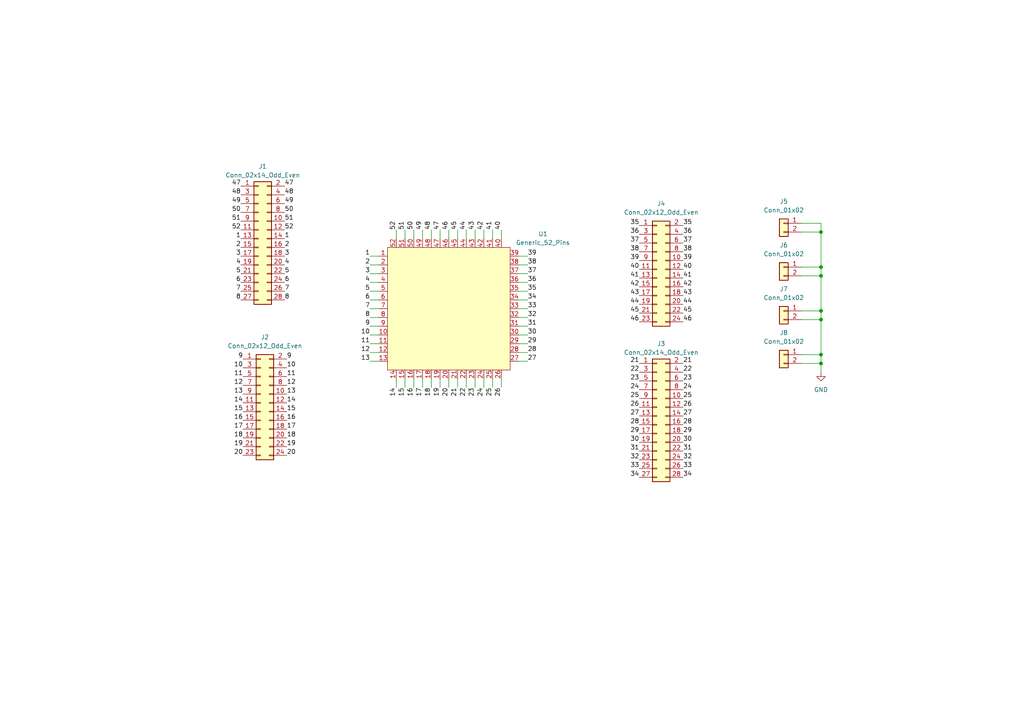
<source format=kicad_sch>
(kicad_sch (version 20230121) (generator eeschema)
  (paper "A4")
  (lib_symbols
    (symbol "Connector_Generic:Conn_01x02" (pin_names (offset 1.016) hide)
      (property "Reference" "J" (at 0 2.54 0))
      (property "Value" "Conn_01x02" (at 0 -5.08 0))
      (symbol "Conn_01x02_1_1"
        (rectangle (start -1.27 -2.413) (end 0 -2.667) (stroke (width 0.1524)))
        (rectangle (start -1.27 0.127) (end 0 -0.127) (stroke (width 0.1524)))
        (rectangle (start -1.27 1.27) (end 1.27 -3.81) (stroke (width 0.254)) (fill (type background)))
        (pin passive line (at -5.08 0 0) (length 3.81) (name "Pin_1") (number "1"))
        (pin passive line (at -5.08 -2.54 0) (length 3.81) (name "Pin_2") (number "2"))
      )
    )
    (symbol "Connector_Generic:Conn_02x12_Odd_Even" (pin_names (offset 1.016) hide)
      (property "Reference" "J" (at 1.27 15.24 0))
      (property "Value" "Conn_02x12_Odd_Even" (at 1.27 -17.78 0))
      (symbol "Conn_02x12_Odd_Even_1_1"
        (rectangle (start -1.27 -15.113) (end 0 -15.367) (stroke (width 0.1524)))
        (rectangle (start -1.27 -12.573) (end 0 -12.827) (stroke (width 0.1524)))
        (rectangle (start -1.27 -10.033) (end 0 -10.287) (stroke (width 0.1524)))
        (rectangle (start -1.27 -7.493) (end 0 -7.747) (stroke (width 0.1524)))
        (rectangle (start -1.27 -4.953) (end 0 -5.207) (stroke (width 0.1524)))
        (rectangle (start -1.27 -2.413) (end 0 -2.667) (stroke (width 0.1524)))
        (rectangle (start -1.27 0.127) (end 0 -0.127) (stroke (width 0.1524)))
        (rectangle (start -1.27 2.667) (end 0 2.413) (stroke (width 0.1524)))
        (rectangle (start -1.27 5.207) (end 0 4.953) (stroke (width 0.1524)))
        (rectangle (start -1.27 7.747) (end 0 7.493) (stroke (width 0.1524)))
        (rectangle (start -1.27 10.287) (end 0 10.033) (stroke (width 0.1524)))
        (rectangle (start -1.27 12.827) (end 0 12.573) (stroke (width 0.1524)))
        (rectangle (start -1.27 13.97) (end 3.81 -16.51) (stroke (width 0.254)) (fill (type background)))
        (rectangle (start 3.81 -15.113) (end 2.54 -15.367) (stroke (width 0.1524)))
        (rectangle (start 3.81 -12.573) (end 2.54 -12.827) (stroke (width 0.1524)))
        (rectangle (start 3.81 -10.033) (end 2.54 -10.287) (stroke (width 0.1524)))
        (rectangle (start 3.81 -7.493) (end 2.54 -7.747) (stroke (width 0.1524)))
        (rectangle (start 3.81 -4.953) (end 2.54 -5.207) (stroke (width 0.1524)))
        (rectangle (start 3.81 -2.413) (end 2.54 -2.667) (stroke (width 0.1524)))
        (rectangle (start 3.81 0.127) (end 2.54 -0.127) (stroke (width 0.1524)))
        (rectangle (start 3.81 2.667) (end 2.54 2.413) (stroke (width 0.1524)))
        (rectangle (start 3.81 5.207) (end 2.54 4.953) (stroke (width 0.1524)))
        (rectangle (start 3.81 7.747) (end 2.54 7.493) (stroke (width 0.1524)))
        (rectangle (start 3.81 10.287) (end 2.54 10.033) (stroke (width 0.1524)))
        (rectangle (start 3.81 12.827) (end 2.54 12.573) (stroke (width 0.1524)))
        (pin passive line (at -5.08 12.7 0) (length 3.81) (name "Pin_1") (number "1"))
        (pin passive line (at 7.62 2.54 180) (length 3.81) (name "Pin_10") (number "10"))
        (pin passive line (at -5.08 0 0) (length 3.81) (name "Pin_11") (number "11"))
        (pin passive line (at 7.62 0 180) (length 3.81) (name "Pin_12") (number "12"))
        (pin passive line (at -5.08 -2.54 0) (length 3.81) (name "Pin_13") (number "13"))
        (pin passive line (at 7.62 -2.54 180) (length 3.81) (name "Pin_14") (number "14"))
        (pin passive line (at -5.08 -5.08 0) (length 3.81) (name "Pin_15") (number "15"))
        (pin passive line (at 7.62 -5.08 180) (length 3.81) (name "Pin_16") (number "16"))
        (pin passive line (at -5.08 -7.62 0) (length 3.81) (name "Pin_17") (number "17"))
        (pin passive line (at 7.62 -7.62 180) (length 3.81) (name "Pin_18") (number "18"))
        (pin passive line (at -5.08 -10.16 0) (length 3.81) (name "Pin_19") (number "19"))
        (pin passive line (at 7.62 12.7 180) (length 3.81) (name "Pin_2") (number "2"))
        (pin passive line (at 7.62 -10.16 180) (length 3.81) (name "Pin_20") (number "20"))
        (pin passive line (at -5.08 -12.7 0) (length 3.81) (name "Pin_21") (number "21"))
        (pin passive line (at 7.62 -12.7 180) (length 3.81) (name "Pin_22") (number "22"))
        (pin passive line (at -5.08 -15.24 0) (length 3.81) (name "Pin_23") (number "23"))
        (pin passive line (at 7.62 -15.24 180) (length 3.81) (name "Pin_24") (number "24"))
        (pin passive line (at -5.08 10.16 0) (length 3.81) (name "Pin_3") (number "3"))
        (pin passive line (at 7.62 10.16 180) (length 3.81) (name "Pin_4") (number "4"))
        (pin passive line (at -5.08 7.62 0) (length 3.81) (name "Pin_5") (number "5"))
        (pin passive line (at 7.62 7.62 180) (length 3.81) (name "Pin_6") (number "6"))
        (pin passive line (at -5.08 5.08 0) (length 3.81) (name "Pin_7") (number "7"))
        (pin passive line (at 7.62 5.08 180) (length 3.81) (name "Pin_8") (number "8"))
        (pin passive line (at -5.08 2.54 0) (length 3.81) (name "Pin_9") (number "9"))
      )
    )
    (symbol "Connector_Generic:Conn_02x14_Odd_Even" (pin_names (offset 1.016) hide)
      (property "Reference" "J" (at 1.27 17.78 0))
      (property "Value" "Conn_02x14_Odd_Even" (at 1.27 -20.32 0))
      (symbol "Conn_02x14_Odd_Even_1_1"
        (rectangle (start -1.27 -17.653) (end 0 -17.907) (stroke (width 0.1524)))
        (rectangle (start -1.27 -15.113) (end 0 -15.367) (stroke (width 0.1524)))
        (rectangle (start -1.27 -12.573) (end 0 -12.827) (stroke (width 0.1524)))
        (rectangle (start -1.27 -10.033) (end 0 -10.287) (stroke (width 0.1524)))
        (rectangle (start -1.27 -7.493) (end 0 -7.747) (stroke (width 0.1524)))
        (rectangle (start -1.27 -4.953) (end 0 -5.207) (stroke (width 0.1524)))
        (rectangle (start -1.27 -2.413) (end 0 -2.667) (stroke (width 0.1524)))
        (rectangle (start -1.27 0.127) (end 0 -0.127) (stroke (width 0.1524)))
        (rectangle (start -1.27 2.667) (end 0 2.413) (stroke (width 0.1524)))
        (rectangle (start -1.27 5.207) (end 0 4.953) (stroke (width 0.1524)))
        (rectangle (start -1.27 7.747) (end 0 7.493) (stroke (width 0.1524)))
        (rectangle (start -1.27 10.287) (end 0 10.033) (stroke (width 0.1524)))
        (rectangle (start -1.27 12.827) (end 0 12.573) (stroke (width 0.1524)))
        (rectangle (start -1.27 15.367) (end 0 15.113) (stroke (width 0.1524)))
        (rectangle (start -1.27 16.51) (end 3.81 -19.05) (stroke (width 0.254)) (fill (type background)))
        (rectangle (start 3.81 -17.653) (end 2.54 -17.907) (stroke (width 0.1524)))
        (rectangle (start 3.81 -15.113) (end 2.54 -15.367) (stroke (width 0.1524)))
        (rectangle (start 3.81 -12.573) (end 2.54 -12.827) (stroke (width 0.1524)))
        (rectangle (start 3.81 -10.033) (end 2.54 -10.287) (stroke (width 0.1524)))
        (rectangle (start 3.81 -7.493) (end 2.54 -7.747) (stroke (width 0.1524)))
        (rectangle (start 3.81 -4.953) (end 2.54 -5.207) (stroke (width 0.1524)))
        (rectangle (start 3.81 -2.413) (end 2.54 -2.667) (stroke (width 0.1524)))
        (rectangle (start 3.81 0.127) (end 2.54 -0.127) (stroke (width 0.1524)))
        (rectangle (start 3.81 2.667) (end 2.54 2.413) (stroke (width 0.1524)))
        (rectangle (start 3.81 5.207) (end 2.54 4.953) (stroke (width 0.1524)))
        (rectangle (start 3.81 7.747) (end 2.54 7.493) (stroke (width 0.1524)))
        (rectangle (start 3.81 10.287) (end 2.54 10.033) (stroke (width 0.1524)))
        (rectangle (start 3.81 12.827) (end 2.54 12.573) (stroke (width 0.1524)))
        (rectangle (start 3.81 15.367) (end 2.54 15.113) (stroke (width 0.1524)))
        (pin passive line (at -5.08 15.24 0) (length 3.81) (name "Pin_1") (number "1"))
        (pin passive line (at 7.62 5.08 180) (length 3.81) (name "Pin_10") (number "10"))
        (pin passive line (at -5.08 2.54 0) (length 3.81) (name "Pin_11") (number "11"))
        (pin passive line (at 7.62 2.54 180) (length 3.81) (name "Pin_12") (number "12"))
        (pin passive line (at -5.08 0 0) (length 3.81) (name "Pin_13") (number "13"))
        (pin passive line (at 7.62 0 180) (length 3.81) (name "Pin_14") (number "14"))
        (pin passive line (at -5.08 -2.54 0) (length 3.81) (name "Pin_15") (number "15"))
        (pin passive line (at 7.62 -2.54 180) (length 3.81) (name "Pin_16") (number "16"))
        (pin passive line (at -5.08 -5.08 0) (length 3.81) (name "Pin_17") (number "17"))
        (pin passive line (at 7.62 -5.08 180) (length 3.81) (name "Pin_18") (number "18"))
        (pin passive line (at -5.08 -7.62 0) (length 3.81) (name "Pin_19") (number "19"))
        (pin passive line (at 7.62 15.24 180) (length 3.81) (name "Pin_2") (number "2"))
        (pin passive line (at 7.62 -7.62 180) (length 3.81) (name "Pin_20") (number "20"))
        (pin passive line (at -5.08 -10.16 0) (length 3.81) (name "Pin_21") (number "21"))
        (pin passive line (at 7.62 -10.16 180) (length 3.81) (name "Pin_22") (number "22"))
        (pin passive line (at -5.08 -12.7 0) (length 3.81) (name "Pin_23") (number "23"))
        (pin passive line (at 7.62 -12.7 180) (length 3.81) (name "Pin_24") (number "24"))
        (pin passive line (at -5.08 -15.24 0) (length 3.81) (name "Pin_25") (number "25"))
        (pin passive line (at 7.62 -15.24 180) (length 3.81) (name "Pin_26") (number "26"))
        (pin passive line (at -5.08 -17.78 0) (length 3.81) (name "Pin_27") (number "27"))
        (pin passive line (at 7.62 -17.78 180) (length 3.81) (name "Pin_28") (number "28"))
        (pin passive line (at -5.08 12.7 0) (length 3.81) (name "Pin_3") (number "3"))
        (pin passive line (at 7.62 12.7 180) (length 3.81) (name "Pin_4") (number "4"))
        (pin passive line (at -5.08 10.16 0) (length 3.81) (name "Pin_5") (number "5"))
        (pin passive line (at 7.62 10.16 180) (length 3.81) (name "Pin_6") (number "6"))
        (pin passive line (at -5.08 7.62 0) (length 3.81) (name "Pin_7") (number "7"))
        (pin passive line (at 7.62 7.62 180) (length 3.81) (name "Pin_8") (number "8"))
        (pin passive line (at -5.08 5.08 0) (length 3.81) (name "Pin_9") (number "9"))
      )
    )
    (symbol "MyLibrary2023:Generic_52_Pins" (pin_names hide)
      (property "Reference" "U" (at -7.62 1.27 0))
      (property "Value" "Generic_52_Pins" (at -7.62 -2.54 0))
      (symbol "Generic_52_Pins_1_1"
        (rectangle (start -25.4 15.24) (end 10.16 -20.32) (fill (type background)))
        (pin bidirectional line (at -27.94 12.7 0) (length 2.54) (name "1") (number "1"))
        (pin bidirectional line (at -27.94 -10.16 0) (length 2.54) (name "10") (number "10"))
        (pin bidirectional line (at -27.94 -12.7 0) (length 2.54) (name "11") (number "11"))
        (pin bidirectional line (at -27.94 -15.24 0) (length 2.54) (name "12") (number "12"))
        (pin bidirectional line (at -27.94 -17.78 0) (length 2.54) (name "13") (number "13"))
        (pin bidirectional line (at -22.86 -22.86 90) (length 2.54) (name "14") (number "14"))
        (pin bidirectional line (at -20.32 -22.86 90) (length 2.54) (name "15") (number "15"))
        (pin bidirectional line (at -17.78 -22.86 90) (length 2.54) (name "16") (number "16"))
        (pin bidirectional line (at -15.24 -22.86 90) (length 2.54) (name "17") (number "17"))
        (pin bidirectional line (at -12.7 -22.86 90) (length 2.54) (name "18") (number "18"))
        (pin bidirectional line (at -10.16 -22.86 90) (length 2.54) (name "19") (number "19"))
        (pin bidirectional line (at -27.94 10.16 0) (length 2.54) (name "2") (number "2"))
        (pin bidirectional line (at -7.62 -22.86 90) (length 2.54) (name "20") (number "20"))
        (pin bidirectional line (at -5.08 -22.86 90) (length 2.54) (name "21") (number "21"))
        (pin bidirectional line (at -2.54 -22.86 90) (length 2.54) (name "22") (number "22"))
        (pin bidirectional line (at 0 -22.86 90) (length 2.54) (name "23") (number "23"))
        (pin bidirectional line (at 2.54 -22.86 90) (length 2.54) (name "24") (number "24"))
        (pin bidirectional line (at 5.08 -22.86 90) (length 2.54) (name "25") (number "25"))
        (pin bidirectional line (at 7.62 -22.86 90) (length 2.54) (name "26") (number "26"))
        (pin bidirectional line (at 12.7 -17.78 180) (length 2.54) (name "27") (number "27"))
        (pin bidirectional line (at 12.7 -15.24 180) (length 2.54) (name "28") (number "28"))
        (pin bidirectional line (at 12.7 -12.7 180) (length 2.54) (name "29") (number "29"))
        (pin bidirectional line (at -27.94 7.62 0) (length 2.54) (name "3") (number "3"))
        (pin bidirectional line (at 12.7 -10.16 180) (length 2.54) (name "30") (number "30"))
        (pin bidirectional line (at 12.7 -7.62 180) (length 2.54) (name "31") (number "31"))
        (pin bidirectional line (at 12.7 -5.08 180) (length 2.54) (name "32") (number "32"))
        (pin bidirectional line (at 12.7 -2.54 180) (length 2.54) (name "33") (number "33"))
        (pin bidirectional line (at 12.7 0 180) (length 2.54) (name "34") (number "34"))
        (pin bidirectional line (at 12.7 2.54 180) (length 2.54) (name "35") (number "35"))
        (pin bidirectional line (at 12.7 5.08 180) (length 2.54) (name "36") (number "36"))
        (pin bidirectional line (at 12.7 7.62 180) (length 2.54) (name "37") (number "37"))
        (pin bidirectional line (at 12.7 10.16 180) (length 2.54) (name "38") (number "38"))
        (pin bidirectional line (at 12.7 12.7 180) (length 2.54) (name "39") (number "39"))
        (pin bidirectional line (at -27.94 5.08 0) (length 2.54) (name "4") (number "4"))
        (pin bidirectional line (at 7.62 17.78 270) (length 2.54) (name "40") (number "40"))
        (pin bidirectional line (at 5.08 17.78 270) (length 2.54) (name "41") (number "41"))
        (pin bidirectional line (at 2.54 17.78 270) (length 2.54) (name "42") (number "42"))
        (pin bidirectional line (at 0 17.78 270) (length 2.54) (name "43") (number "43"))
        (pin bidirectional line (at -2.54 17.78 270) (length 2.54) (name "44") (number "44"))
        (pin bidirectional line (at -5.08 17.78 270) (length 2.54) (name "45") (number "45"))
        (pin bidirectional line (at -7.62 17.78 270) (length 2.54) (name "46") (number "46"))
        (pin bidirectional line (at -10.16 17.78 270) (length 2.54) (name "47") (number "47"))
        (pin bidirectional line (at -12.7 17.78 270) (length 2.54) (name "48") (number "48"))
        (pin bidirectional line (at -15.24 17.78 270) (length 2.54) (name "49") (number "49"))
        (pin bidirectional line (at -27.94 2.54 0) (length 2.54) (name "5") (number "5"))
        (pin bidirectional line (at -17.78 17.78 270) (length 2.54) (name "50") (number "50"))
        (pin bidirectional line (at -20.32 17.78 270) (length 2.54) (name "51") (number "51"))
        (pin bidirectional line (at -22.86 17.78 270) (length 2.54) (name "52") (number "52"))
        (pin bidirectional line (at -27.94 0 0) (length 2.54) (name "6") (number "6"))
        (pin bidirectional line (at -27.94 -2.54 0) (length 2.54) (name "7") (number "7"))
        (pin bidirectional line (at -27.94 -5.08 0) (length 2.54) (name "8") (number "8"))
        (pin bidirectional line (at -27.94 -7.62 0) (length 2.54) (name "9") (number "9"))
      )
    )
    (symbol "power:GND" (power) (pin_names (offset 0))
      (property "Value" "GND" (at 0 -3.81 0))
      (symbol "GND_0_1"
        (polyline (pts (xy 0 0) (xy 0 -1.27) (xy 1.27 -1.27) (xy 0 -2.54) (xy -1.27 -1.27) (xy 0 -1.27)))
      )
      (symbol "GND_1_1"
        (pin power_in line (at 0 0 270) (length 0) hide (name "GND") (number "1"))
      )
    )
  )
  (junction (at 238.125 92.71))
  (junction (at 238.125 77.47))
  (junction (at 238.125 102.87))
  (junction (at 238.125 105.41))
  (junction (at 238.125 90.17))
  (junction (at 238.125 67.31))
  (junction (at 238.125 80.01))
  (wire (pts (xy 150.495 92.075) (xy 153.035 92.075)))
  (wire (pts (xy 107.315 86.995) (xy 109.855 86.995)))
  (wire (pts (xy 114.935 112.395) (xy 114.935 109.855)))
  (wire (pts (xy 117.475 112.395) (xy 117.475 109.855)))
  (wire (pts (xy 150.495 97.155) (xy 153.035 97.155)))
  (wire (pts (xy 150.495 104.775) (xy 153.035 104.775)))
  (wire (pts (xy 150.495 102.235) (xy 153.035 102.235)))
  (wire (pts (xy 232.41 80.01) (xy 238.125 80.01)))
  (wire (pts (xy 107.315 99.695) (xy 109.855 99.695)))
  (wire (pts (xy 107.315 94.615) (xy 109.855 94.615)))
  (wire (pts (xy 150.495 74.295) (xy 153.035 74.295)))
  (wire (pts (xy 140.335 69.215) (xy 140.335 66.675)))
  (wire (pts (xy 120.015 69.215) (xy 120.015 66.675)))
  (wire (pts (xy 137.795 69.215) (xy 137.795 66.675)))
  (wire (pts (xy 150.495 86.995) (xy 153.035 86.995)))
  (wire (pts (xy 150.495 79.375) (xy 153.035 79.375)))
  (wire (pts (xy 238.125 90.17) (xy 238.125 92.71)))
  (wire (pts (xy 107.315 84.455) (xy 109.855 84.455)))
  (wire (pts (xy 238.125 67.31) (xy 238.125 77.47)))
  (wire (pts (xy 150.495 84.455) (xy 153.035 84.455)))
  (wire (pts (xy 232.41 67.31) (xy 238.125 67.31)))
  (wire (pts (xy 130.175 112.395) (xy 130.175 109.855)))
  (wire (pts (xy 107.315 92.075) (xy 109.855 92.075)))
  (wire (pts (xy 107.315 74.295) (xy 109.855 74.295)))
  (wire (pts (xy 232.41 92.71) (xy 238.125 92.71)))
  (wire (pts (xy 130.175 69.215) (xy 130.175 66.675)))
  (wire (pts (xy 150.495 89.535) (xy 153.035 89.535)))
  (wire (pts (xy 117.475 69.215) (xy 117.475 66.675)))
  (wire (pts (xy 120.015 112.395) (xy 120.015 109.855)))
  (wire (pts (xy 232.41 77.47) (xy 238.125 77.47)))
  (wire (pts (xy 145.415 66.675) (xy 145.415 69.215)))
  (wire (pts (xy 114.935 69.215) (xy 114.935 66.675)))
  (wire (pts (xy 238.125 80.01) (xy 238.125 90.17)))
  (wire (pts (xy 232.41 105.41) (xy 238.125 105.41)))
  (wire (pts (xy 107.315 89.535) (xy 109.855 89.535)))
  (wire (pts (xy 150.495 94.615) (xy 153.035 94.615)))
  (wire (pts (xy 232.41 102.87) (xy 238.125 102.87)))
  (wire (pts (xy 232.41 90.17) (xy 238.125 90.17)))
  (wire (pts (xy 238.125 92.71) (xy 238.125 102.87)))
  (wire (pts (xy 150.495 76.835) (xy 153.035 76.835)))
  (wire (pts (xy 145.415 109.855) (xy 145.415 112.395)))
  (wire (pts (xy 107.315 102.235) (xy 109.855 102.235)))
  (wire (pts (xy 125.095 69.215) (xy 125.095 66.675)))
  (wire (pts (xy 142.875 69.215) (xy 142.875 66.675)))
  (wire (pts (xy 150.495 81.915) (xy 153.035 81.915)))
  (wire (pts (xy 238.125 105.41) (xy 238.125 107.95)))
  (wire (pts (xy 107.315 104.775) (xy 109.855 104.775)))
  (wire (pts (xy 107.315 81.915) (xy 109.855 81.915)))
  (wire (pts (xy 140.335 112.395) (xy 140.335 109.855)))
  (wire (pts (xy 107.315 79.375) (xy 109.855 79.375)))
  (wire (pts (xy 150.495 99.695) (xy 153.035 99.695)))
  (wire (pts (xy 125.095 112.395) (xy 125.095 109.855)))
  (wire (pts (xy 122.555 69.215) (xy 122.555 66.675)))
  (wire (pts (xy 135.255 112.395) (xy 135.255 109.855)))
  (wire (pts (xy 127.635 112.395) (xy 127.635 109.855)))
  (wire (pts (xy 107.315 76.835) (xy 109.855 76.835)))
  (wire (pts (xy 238.125 102.87) (xy 238.125 105.41)))
  (wire (pts (xy 232.41 64.77) (xy 238.125 64.77)))
  (wire (pts (xy 137.795 112.395) (xy 137.795 109.855)))
  (wire (pts (xy 122.555 112.395) (xy 122.555 109.855)))
  (wire (pts (xy 107.315 97.155) (xy 109.855 97.155)))
  (wire (pts (xy 127.635 69.215) (xy 127.635 66.675)))
  (wire (pts (xy 135.255 69.215) (xy 135.255 66.675)))
  (wire (pts (xy 132.715 112.395) (xy 132.715 109.855)))
  (wire (pts (xy 132.715 69.215) (xy 132.715 66.675)))
  (wire (pts (xy 142.875 112.395) (xy 142.875 109.855)))
  (wire (pts (xy 238.125 64.77) (xy 238.125 67.31)))
  (wire (pts (xy 238.125 77.47) (xy 238.125 80.01)))
  (label "10" (at 107.315 97.155 180))
  (label "38" (at 185.42 73.025 180))
  (label "29" (at 153.035 99.695 0))
  (label "46" (at 130.175 66.675 90))
  (label "37" (at 153.035 79.375 0))
  (label "18" (at 125.095 112.395 270))
  (label "21" (at 185.42 105.41 180))
  (label "7" (at 69.85 84.455 180))
  (label "31" (at 153.035 94.615 0))
  (label "27" (at 185.42 120.65 180))
  (label "48" (at 82.55 56.515 0))
  (label "17" (at 70.485 124.46 180))
  (label "14" (at 70.485 116.84 180))
  (label "26" (at 185.42 118.11 180))
  (label "28" (at 153.035 102.235 0))
  (label "28" (at 185.42 123.19 180))
  (label "50" (at 82.55 61.595 0))
  (label "42" (at 185.42 83.185 180))
  (label "12" (at 83.185 111.76 0))
  (label "19" (at 127.635 112.395 270))
  (label "21" (at 198.12 105.41 0))
  (label "37" (at 198.12 70.485 0))
  (label "25" (at 198.12 115.57 0))
  (label "30" (at 153.035 97.155 0))
  (label "20" (at 83.185 132.08 0))
  (label "12" (at 70.485 111.76 180))
  (label "45" (at 198.12 90.805 0))
  (label "20" (at 70.485 132.08 180))
  (label "30" (at 198.12 128.27 0))
  (label "44" (at 185.42 88.265 180))
  (label "2" (at 107.315 76.835 180))
  (label "8" (at 107.315 92.075 180))
  (label "41" (at 198.12 80.645 0))
  (label "25" (at 185.42 115.57 180))
  (label "32" (at 198.12 133.35 0))
  (label "3" (at 69.85 74.295 180))
  (label "22" (at 198.12 107.95 0))
  (label "17" (at 122.555 112.395 270))
  (label "26" (at 145.415 112.395 270))
  (label "20" (at 130.175 112.395 270))
  (label "46" (at 198.12 93.345 0))
  (label "52" (at 114.935 66.675 90))
  (label "6" (at 69.85 81.915 180))
  (label "24" (at 140.335 112.395 270))
  (label "18" (at 70.485 127 180))
  (label "10" (at 83.185 106.68 0))
  (label "5" (at 107.315 84.455 180))
  (label "12" (at 107.315 102.235 180))
  (label "19" (at 70.485 129.54 180))
  (label "43" (at 137.795 66.675 90))
  (label "6" (at 82.55 81.915 0))
  (label "46" (at 185.42 93.345 180))
  (label "31" (at 198.12 130.81 0))
  (label "47" (at 82.55 53.975 0))
  (label "31" (at 185.42 130.81 180))
  (label "40" (at 185.42 78.105 180))
  (label "6" (at 107.315 86.995 180))
  (label "51" (at 117.475 66.675 90))
  (label "35" (at 153.035 84.455 0))
  (label "2" (at 82.55 71.755 0))
  (label "9" (at 83.185 104.14 0))
  (label "15" (at 117.475 112.395 270))
  (label "52" (at 82.55 66.675 0))
  (label "41" (at 142.875 66.675 90))
  (label "49" (at 69.85 59.055 180))
  (label "35" (at 198.12 65.405 0))
  (label "50" (at 69.85 61.595 180))
  (label "36" (at 198.12 67.945 0))
  (label "11" (at 70.485 109.22 180))
  (label "21" (at 132.715 112.395 270))
  (label "39" (at 185.42 75.565 180))
  (label "13" (at 70.485 114.3 180))
  (label "4" (at 82.55 76.835 0))
  (label "38" (at 198.12 73.025 0))
  (label "25" (at 142.875 112.395 270))
  (label "50" (at 120.015 66.675 90))
  (label "15" (at 83.185 119.38 0))
  (label "8" (at 69.85 86.995 180))
  (label "49" (at 122.555 66.675 90))
  (label "5" (at 82.55 79.375 0))
  (label "39" (at 153.035 74.295 0))
  (label "23" (at 198.12 110.49 0))
  (label "27" (at 153.035 104.775 0))
  (label "37" (at 185.42 70.485 180))
  (label "42" (at 140.335 66.675 90))
  (label "3" (at 107.315 79.375 180))
  (label "9" (at 70.485 104.14 180))
  (label "27" (at 198.12 120.65 0))
  (label "17" (at 83.185 124.46 0))
  (label "43" (at 185.42 85.725 180))
  (label "1" (at 107.315 74.295 180))
  (label "22" (at 185.42 107.95 180))
  (label "4" (at 69.85 76.835 180))
  (label "34" (at 185.42 138.43 180))
  (label "48" (at 69.85 56.515 180))
  (label "52" (at 69.85 66.675 180))
  (label "44" (at 135.255 66.675 90))
  (label "30" (at 185.42 128.27 180))
  (label "10" (at 70.485 106.68 180))
  (label "18" (at 83.185 127 0))
  (label "32" (at 185.42 133.35 180))
  (label "11" (at 83.185 109.22 0))
  (label "16" (at 70.485 121.92 180))
  (label "34" (at 153.035 86.995 0))
  (label "9" (at 107.315 94.615 180))
  (label "51" (at 82.55 64.135 0))
  (label "39" (at 198.12 75.565 0))
  (label "26" (at 198.12 118.11 0))
  (label "45" (at 132.715 66.675 90))
  (label "47" (at 127.635 66.675 90))
  (label "38" (at 153.035 76.835 0))
  (label "29" (at 185.42 125.73 180))
  (label "7" (at 107.315 89.535 180))
  (label "33" (at 185.42 135.89 180))
  (label "34" (at 198.12 138.43 0))
  (label "23" (at 185.42 110.49 180))
  (label "41" (at 185.42 80.645 180))
  (label "16" (at 83.185 121.92 0))
  (label "14" (at 114.935 112.395 270))
  (label "36" (at 185.42 67.945 180))
  (label "47" (at 69.85 53.975 180))
  (label "19" (at 83.185 129.54 0))
  (label "51" (at 69.85 64.135 180))
  (label "15" (at 70.485 119.38 180))
  (label "29" (at 198.12 125.73 0))
  (label "45" (at 185.42 90.805 180))
  (label "11" (at 107.315 99.695 180))
  (label "4" (at 107.315 81.915 180))
  (label "16" (at 120.015 112.395 270))
  (label "32" (at 153.035 92.075 0))
  (label "8" (at 82.55 86.995 0))
  (label "28" (at 198.12 123.19 0))
  (label "5" (at 69.85 79.375 180))
  (label "44" (at 198.12 88.265 0))
  (label "2" (at 69.85 71.755 180))
  (label "33" (at 198.12 135.89 0))
  (label "33" (at 153.035 89.535 0))
  (label "40" (at 198.12 78.105 0))
  (label "40" (at 145.415 66.675 90))
  (label "22" (at 135.255 112.395 270))
  (label "35" (at 185.42 65.405 180))
  (label "3" (at 82.55 74.295 0))
  (label "23" (at 137.795 112.395 270))
  (label "14" (at 83.185 116.84 0))
  (label "1" (at 69.85 69.215 180))
  (label "1" (at 82.55 69.215 0))
  (label "48" (at 125.095 66.675 90))
  (label "7" (at 82.55 84.455 0))
  (label "24" (at 185.42 113.03 180))
  (label "13" (at 107.315 104.775 180))
  (label "24" (at 198.12 113.03 0))
  (label "13" (at 83.185 114.3 0))
  (label "42" (at 198.12 83.185 0))
  (label "43" (at 198.12 85.725 0))
  (label "49" (at 82.55 59.055 0))
  (label "36" (at 153.035 81.915 0))
  (symbol (lib_id "MyLibrary2023:Generic_52_Pins") (at 137.795 86.995 0) (unit 1)
    (property "Reference" "U1" (at 157.48 67.8433 0))
    (property "Value" "Generic_52_Pins" (at 157.48 70.3833 0))
    (property "Footprint" "Package_LCC:PLCC-52_THT-Socket" (effects hide))
  )
  (symbol (lib_id "Connector_Generic:Conn_02x14_Odd_Even") (at 74.93 69.215 0) (unit 1)
    (property "Reference" "J1" (at 76.2 48.26 0))
    (property "Value" "Conn_02x14_Odd_Even" (at 76.2 50.8 0))
    (property "Footprint" "Connector_PinSocket_2.54mm:PinSocket_2x14_P2.54mm_Vertical" (effects hide))
  )
  (symbol (lib_id "Connector_Generic:Conn_01x02") (at 227.33 90.17 0) (mirror y) (unit 1)
    (property "Reference" "J7" (at 227.33 83.82 0))
    (property "Value" "Conn_01x02" (at 227.33 86.36 0))
    (property "Footprint" "Connector_PinHeader_2.54mm:PinHeader_1x02_P2.54mm_Vertical" (effects hide))
  )
  (symbol (lib_id "Connector_Generic:Conn_02x12_Odd_Even") (at 75.565 116.84 0) (unit 1)
    (property "Reference" "J2" (at 76.835 97.79 0))
    (property "Value" "Conn_02x12_Odd_Even" (at 76.835 100.33 0))
    (property "Footprint" "Connector_PinSocket_2.54mm:PinSocket_2x12_P2.54mm_Vertical" (effects hide))
  )
  (symbol (lib_id "Connector_Generic:Conn_01x02") (at 227.33 77.47 0) (mirror y) (unit 1)
    (property "Reference" "J6" (at 227.33 71.12 0))
    (property "Value" "Conn_01x02" (at 227.33 73.66 0))
    (property "Footprint" "Connector_PinHeader_2.54mm:PinHeader_1x02_P2.54mm_Vertical" (effects hide))
  )
  (symbol (lib_id "Connector_Generic:Conn_02x14_Odd_Even") (at 190.5 120.65 0) (unit 1)
    (property "Reference" "J3" (at 191.77 99.695 0))
    (property "Value" "Conn_02x14_Odd_Even" (at 191.77 102.235 0))
    (property "Footprint" "Connector_PinSocket_2.54mm:PinSocket_2x14_P2.54mm_Vertical" (effects hide))
  )
  (symbol (lib_id "Connector_Generic:Conn_02x12_Odd_Even") (at 190.5 78.105 0) (unit 1)
    (property "Reference" "J4" (at 191.77 59.055 0))
    (property "Value" "Conn_02x12_Odd_Even" (at 191.77 61.595 0))
    (property "Footprint" "Connector_PinSocket_2.54mm:PinSocket_2x12_P2.54mm_Vertical" (effects hide))
  )
  (symbol (lib_id "Connector_Generic:Conn_01x02") (at 227.33 64.77 0) (mirror y) (unit 1)
    (property "Reference" "J5" (at 227.33 58.42 0))
    (property "Value" "Conn_01x02" (at 227.33 60.96 0))
    (property "Footprint" "Connector_PinHeader_2.54mm:PinHeader_1x02_P2.54mm_Vertical" (effects hide))
  )
  (symbol (lib_id "power:GND") (at 238.125 107.95 0) (unit 1)
    (property "Reference" "#PWR01" (effects hide))
    (property "Value" "GND" (at 238.125 113.03 0))
  )
  (symbol (lib_id "Connector_Generic:Conn_01x02") (at 227.33 102.87 0) (mirror y) (unit 1)
    (property "Reference" "J8" (at 227.33 96.52 0))
    (property "Value" "Conn_01x02" (at 227.33 99.06 0))
    (property "Footprint" "Connector_PinHeader_2.54mm:PinHeader_1x02_P2.54mm_Vertical" (effects hide))
  )
)
</source>
